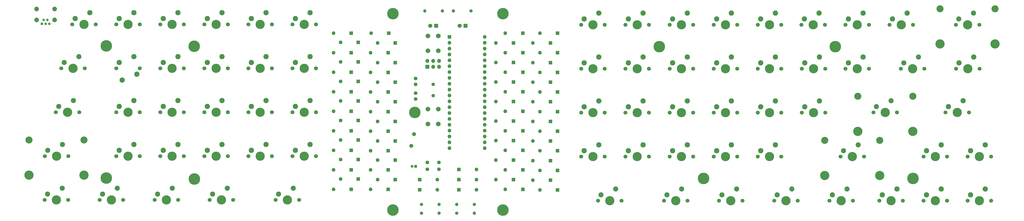
<source format=gbr>
G04 #@! TF.GenerationSoftware,KiCad,Pcbnew,7.0.5*
G04 #@! TF.CreationDate,2023-06-09T18:05:41+02:00*
G04 #@! TF.ProjectId,lumberjack,6c756d62-6572-46a6-9163-6b2e6b696361,1.7*
G04 #@! TF.SameCoordinates,Original*
G04 #@! TF.FileFunction,Soldermask,Top*
G04 #@! TF.FilePolarity,Negative*
%FSLAX46Y46*%
G04 Gerber Fmt 4.6, Leading zero omitted, Abs format (unit mm)*
G04 Created by KiCad (PCBNEW 7.0.5) date 2023-06-09 18:05:41*
%MOMM*%
%LPD*%
G01*
G04 APERTURE LIST*
%ADD10C,5.000000*%
%ADD11O,1.600000X1.600000*%
%ADD12R,1.600000X1.600000*%
%ADD13C,1.600000*%
%ADD14R,1.800000X1.800000*%
%ADD15C,1.800000*%
%ADD16C,1.710000*%
%ADD17R,1.200000X1.200000*%
%ADD18C,1.200000*%
%ADD19C,2.000000*%
%ADD20R,1.700000X1.700000*%
%ADD21O,1.700000X1.700000*%
%ADD22C,1.400000*%
%ADD23O,1.400000X1.400000*%
%ADD24C,1.500000*%
%ADD25C,1.700000*%
%ADD26C,4.000000*%
%ADD27C,2.200000*%
%ADD28C,3.050000*%
%ADD29C,1.701800*%
%ADD30C,3.987800*%
%ADD31C,2.286000*%
%ADD32C,1.100000*%
%ADD33R,1.100000X1.100000*%
%ADD34O,2.000000X2.000000*%
G04 APERTURE END LIST*
D10*
X319950048Y-73849952D03*
X4700000Y-73500000D03*
X4700000Y-130810000D03*
D11*
X192190000Y-93500000D03*
D12*
X199810000Y-93500000D03*
D13*
X138430000Y-96520000D03*
X138430000Y-94020000D03*
X138430000Y-90170000D03*
X138430000Y-87670000D03*
D14*
X160020000Y-64770000D03*
D15*
X157480000Y-64770000D03*
D16*
X136560000Y-116850000D03*
X137760000Y-111750000D03*
D12*
X129620000Y-89250000D03*
D11*
X122000000Y-89250000D03*
D12*
X126620000Y-93500000D03*
D11*
X119000000Y-93500000D03*
D12*
X110620000Y-118782500D03*
D11*
X103000000Y-118782500D03*
D12*
X110620000Y-84927500D03*
D11*
X103000000Y-84927500D03*
D12*
X129620000Y-80750000D03*
D11*
X122000000Y-80750000D03*
D12*
X126620000Y-110500000D03*
D11*
X119000000Y-110500000D03*
D17*
X138430000Y-125730000D03*
D18*
X136930000Y-125730000D03*
D12*
X113620000Y-88927500D03*
D11*
X106000000Y-88927500D03*
D19*
X143800000Y-107390000D03*
X143800000Y-100890000D03*
X148300000Y-107390000D03*
X148300000Y-100890000D03*
D10*
X128587608Y-59531300D03*
X176212648Y-59531300D03*
X128587608Y-144661059D03*
X176212648Y-144661059D03*
D12*
X180810000Y-123058549D03*
D11*
X173190000Y-123058549D03*
D14*
X147320000Y-64770000D03*
D15*
X144780000Y-64770000D03*
D12*
X110620000Y-110318750D03*
D11*
X103000000Y-110318750D03*
D12*
X113620000Y-80463750D03*
D11*
X106000000Y-80463750D03*
D12*
X113620000Y-114318750D03*
D11*
X106000000Y-114318750D03*
D12*
X129620000Y-72250000D03*
D11*
X122000000Y-72250000D03*
D12*
X110620000Y-76463750D03*
D11*
X103000000Y-76463750D03*
D12*
X113620000Y-122782500D03*
D11*
X106000000Y-122782500D03*
D12*
X126810000Y-68000000D03*
D11*
X119190000Y-68000000D03*
D12*
X113620000Y-72000000D03*
D11*
X106000000Y-72000000D03*
D12*
X129620000Y-97750000D03*
D11*
X122000000Y-97750000D03*
D12*
X113620000Y-131246250D03*
D11*
X106000000Y-131246250D03*
D12*
X126620000Y-102000000D03*
D11*
X119000000Y-102000000D03*
D12*
X113620000Y-97391250D03*
D11*
X106000000Y-97391250D03*
D12*
X199810000Y-68000000D03*
D11*
X192190000Y-68000000D03*
D12*
X126620000Y-85000000D03*
D11*
X119000000Y-85000000D03*
D12*
X180810000Y-72235273D03*
D11*
X173190000Y-72235273D03*
D12*
X129620000Y-106250000D03*
D11*
X122000000Y-106250000D03*
D12*
X199810000Y-119000000D03*
D11*
X192190000Y-119000000D03*
D19*
X143800000Y-75640000D03*
X143800000Y-69140000D03*
X148300000Y-75640000D03*
X148300000Y-69140000D03*
D13*
X143510000Y-124023435D03*
X148510000Y-124023435D03*
D12*
X110620000Y-135710000D03*
D11*
X103000000Y-135710000D03*
D12*
X199810000Y-127500000D03*
D11*
X192190000Y-127500000D03*
D12*
X126620000Y-127264375D03*
D11*
X119000000Y-127264375D03*
D12*
X196810000Y-89250000D03*
D11*
X189190000Y-89250000D03*
D12*
X129620000Y-123014375D03*
D11*
X122000000Y-123014375D03*
D12*
X184810000Y-118823276D03*
D11*
X177190000Y-118823276D03*
D12*
X184810000Y-68000000D03*
D11*
X177190000Y-68000000D03*
D12*
X180810000Y-89176365D03*
D11*
X173190000Y-89176365D03*
D12*
X129620000Y-131514375D03*
D11*
X122000000Y-131514375D03*
D12*
X199810000Y-85000000D03*
D11*
X192190000Y-85000000D03*
D12*
X126620000Y-135764375D03*
D11*
X119000000Y-135764375D03*
D12*
X184810000Y-110352730D03*
D11*
X177190000Y-110352730D03*
D12*
X196810000Y-106250000D03*
D11*
X189190000Y-106250000D03*
D12*
X199810000Y-110500000D03*
D11*
X192190000Y-110500000D03*
D12*
X184810000Y-84941092D03*
D11*
X177190000Y-84941092D03*
D12*
X196810000Y-80750000D03*
D11*
X189190000Y-80750000D03*
D12*
X180810000Y-106117457D03*
D11*
X173190000Y-106117457D03*
D12*
X180810000Y-114588003D03*
D11*
X173190000Y-114588003D03*
D12*
X196810000Y-114750000D03*
D11*
X189190000Y-114750000D03*
D12*
X184810000Y-127293822D03*
D11*
X177190000Y-127293822D03*
D12*
X199810000Y-76500000D03*
D11*
X192190000Y-76500000D03*
D12*
X126620000Y-119000000D03*
D11*
X119000000Y-119000000D03*
D12*
X180810000Y-80705819D03*
D11*
X173190000Y-80705819D03*
D12*
X196810000Y-123250000D03*
D11*
X189190000Y-123250000D03*
D12*
X196810000Y-72250000D03*
D11*
X189190000Y-72250000D03*
D13*
X143550000Y-127000000D03*
X148550000Y-127000000D03*
D20*
X143525000Y-82555000D03*
D21*
X143525000Y-80015000D03*
X146065000Y-82555000D03*
X146065000Y-80015000D03*
X148605000Y-82555000D03*
X148605000Y-80015000D03*
D10*
X138112616Y-102393836D03*
D12*
X184810000Y-76470546D03*
D11*
X177190000Y-76470546D03*
D12*
X129620000Y-114750000D03*
D11*
X122000000Y-114750000D03*
D12*
X110620000Y-127246250D03*
D11*
X103000000Y-127246250D03*
D12*
X110620000Y-93391250D03*
D11*
X103000000Y-93391250D03*
D12*
X110620000Y-68000000D03*
D11*
X103000000Y-68000000D03*
D22*
X156210000Y-146050000D03*
D23*
X163830000Y-146050000D03*
D24*
X146050000Y-90170000D03*
X146050000Y-95050000D03*
D12*
X126620000Y-76500000D03*
D11*
X119000000Y-76500000D03*
D22*
X140970000Y-146050000D03*
D23*
X148590000Y-146050000D03*
D22*
X150018876Y-58340674D03*
D23*
X142398876Y-58340674D03*
D22*
X162401380Y-58340674D03*
D23*
X154781380Y-58340674D03*
D22*
X140970000Y-142240000D03*
D23*
X148590000Y-142240000D03*
D12*
X184810000Y-93411638D03*
D11*
X177190000Y-93411638D03*
D22*
X163830000Y-142240000D03*
D23*
X156210000Y-142240000D03*
D12*
X110620000Y-101855000D03*
D11*
X103000000Y-101855000D03*
D12*
X113620000Y-105855000D03*
D11*
X106000000Y-105855000D03*
D25*
X-14789920Y-83206196D03*
D26*
X-9709920Y-83206196D03*
D25*
X-4629920Y-83206196D03*
D27*
X-7169920Y-78126196D03*
X-13519920Y-80666196D03*
D25*
X-17139920Y-102306196D03*
D26*
X-12059920Y-102306196D03*
D25*
X-6979920Y-102306196D03*
D27*
X-9519920Y-97226196D03*
X-15869920Y-99766196D03*
D28*
X-28749920Y-114336196D03*
D26*
X-28749920Y-129576196D03*
D25*
X-21929920Y-121336196D03*
D26*
X-16849920Y-121336196D03*
D25*
X-11769920Y-121336196D03*
D28*
X-4949920Y-114336196D03*
D26*
X-4949920Y-129576196D03*
D27*
X-14309920Y-116256196D03*
X-20659920Y-118796196D03*
D25*
X-21980000Y-140300000D03*
D26*
X-16900000Y-140300000D03*
D25*
X-11820000Y-140300000D03*
D27*
X-14360000Y-135220000D03*
X-20710000Y-137760000D03*
D29*
X9019936Y-64200000D03*
D30*
X14099936Y-64200000D03*
D29*
X19179936Y-64200000D03*
D31*
X16639936Y-59120000D03*
X10289936Y-61660000D03*
D29*
X9019936Y-83250016D03*
X19179936Y-83250016D03*
D31*
X11559936Y-88330016D03*
X16639936Y-78170016D03*
X10289936Y-80710016D03*
X17909936Y-85790016D03*
D29*
X9019936Y-102300032D03*
D30*
X14099936Y-102300032D03*
D29*
X19179936Y-102300032D03*
D31*
X16639936Y-97220032D03*
X10289936Y-99760032D03*
D29*
X9019936Y-121350048D03*
D30*
X14099936Y-121350048D03*
D29*
X19179936Y-121350048D03*
D31*
X16639936Y-116270048D03*
X10289936Y-118810048D03*
D25*
X1820000Y-140300000D03*
D26*
X6900000Y-140300000D03*
D25*
X11980000Y-140300000D03*
D27*
X9440000Y-135220000D03*
X3090000Y-137760000D03*
D29*
X28069952Y-64200000D03*
D30*
X33149952Y-64200000D03*
D29*
X38229952Y-64200000D03*
D31*
X35689952Y-59120000D03*
X29339952Y-61660000D03*
D29*
X28069952Y-83250016D03*
D30*
X33149952Y-83250016D03*
D29*
X38229952Y-83250016D03*
D31*
X35689952Y-78170016D03*
X29339952Y-80710016D03*
D25*
X25620000Y-140306196D03*
D26*
X30700000Y-140306196D03*
D25*
X35780000Y-140306196D03*
D27*
X33240000Y-135226196D03*
X26890000Y-137766196D03*
D29*
X47119968Y-64200000D03*
D30*
X52199968Y-64200000D03*
D29*
X57279968Y-64200000D03*
D31*
X54739968Y-59120000D03*
X48389968Y-61660000D03*
D29*
X47119968Y-83250016D03*
D30*
X52199968Y-83250016D03*
D29*
X57279968Y-83250016D03*
D31*
X54739968Y-78170016D03*
X48389968Y-80710016D03*
D29*
X47119968Y-102300032D03*
D30*
X52199968Y-102300032D03*
D29*
X57279968Y-102300032D03*
D31*
X54739968Y-97220032D03*
X48389968Y-99760032D03*
D29*
X47119968Y-121350048D03*
D30*
X52199968Y-121350048D03*
D29*
X57279968Y-121350048D03*
D31*
X54739968Y-116270048D03*
X48389968Y-118810048D03*
D25*
X49420000Y-140300000D03*
D26*
X54500000Y-140300000D03*
D25*
X59580000Y-140300000D03*
D27*
X57040000Y-135220000D03*
X50690000Y-137760000D03*
D29*
X66169984Y-64200000D03*
D30*
X71249984Y-64200000D03*
D29*
X76329984Y-64200000D03*
D31*
X73789984Y-59120000D03*
X67439984Y-61660000D03*
D29*
X66169984Y-83250016D03*
D30*
X71249984Y-83250016D03*
D29*
X76329984Y-83250016D03*
D31*
X73789984Y-78170016D03*
X67439984Y-80710016D03*
D29*
X66169984Y-102300032D03*
D30*
X71249984Y-102300032D03*
D29*
X76329984Y-102300032D03*
D31*
X73789984Y-97220032D03*
X67439984Y-99760032D03*
D29*
X66169984Y-121350048D03*
D30*
X71249984Y-121350048D03*
D29*
X76329984Y-121350048D03*
D31*
X73789984Y-116270048D03*
X67439984Y-118810048D03*
D29*
X85220000Y-64200000D03*
D30*
X90300000Y-64200000D03*
D29*
X95380000Y-64200000D03*
D31*
X92840000Y-59120000D03*
X86490000Y-61660000D03*
D29*
X85220000Y-83250016D03*
D30*
X90300000Y-83250016D03*
D29*
X95380000Y-83250016D03*
D31*
X92840000Y-78170016D03*
X86490000Y-80710016D03*
D29*
X85220000Y-102300032D03*
D30*
X90300000Y-102300032D03*
D29*
X95380000Y-102300032D03*
D31*
X92840000Y-97220032D03*
X86490000Y-99760032D03*
D29*
X85220000Y-121350048D03*
D30*
X90300000Y-121350048D03*
D29*
X95380000Y-121350048D03*
D31*
X92840000Y-116270048D03*
X86490000Y-118810048D03*
D25*
X77920000Y-140300000D03*
D26*
X83000000Y-140300000D03*
D25*
X88080000Y-140300000D03*
D27*
X85540000Y-135220000D03*
X79190000Y-137760000D03*
D29*
X210120000Y-64349952D03*
D30*
X215200000Y-64349952D03*
D29*
X220280000Y-64349952D03*
D31*
X217740000Y-59269952D03*
X211390000Y-61809952D03*
D29*
X210120000Y-83399968D03*
D30*
X215200000Y-83399968D03*
D29*
X220280000Y-83399968D03*
D31*
X217740000Y-78319968D03*
X211390000Y-80859968D03*
D29*
X210120000Y-102449984D03*
D30*
X215200000Y-102449984D03*
D29*
X220280000Y-102449984D03*
D31*
X217740000Y-97369984D03*
X211390000Y-99909984D03*
D29*
X210120000Y-121500000D03*
D30*
X215200000Y-121500000D03*
D29*
X220280000Y-121500000D03*
D31*
X217740000Y-116420000D03*
X211390000Y-118960000D03*
D25*
X217320000Y-140600000D03*
D26*
X222400000Y-140600000D03*
D25*
X227480000Y-140600000D03*
D27*
X224940000Y-135520000D03*
X218590000Y-138060000D03*
D29*
X229220000Y-64349952D03*
D30*
X234300000Y-64349952D03*
D29*
X239380000Y-64349952D03*
D31*
X236840000Y-59269952D03*
X230490000Y-61809952D03*
D29*
X229220000Y-83399968D03*
D30*
X234300000Y-83399968D03*
D29*
X239380000Y-83399968D03*
D31*
X236840000Y-78319968D03*
X230490000Y-80859968D03*
D29*
X229220000Y-102449984D03*
D30*
X234300000Y-102449984D03*
D29*
X239380000Y-102449984D03*
D31*
X236840000Y-97369984D03*
X230490000Y-99909984D03*
D29*
X229220000Y-121500000D03*
D30*
X234300000Y-121500000D03*
D29*
X239380000Y-121500000D03*
D31*
X236840000Y-116420000D03*
X230490000Y-118960000D03*
D29*
X248320032Y-64343756D03*
D30*
X253400032Y-64343756D03*
D29*
X258480032Y-64343756D03*
D31*
X255940032Y-59263756D03*
X249590032Y-61803756D03*
D29*
X248320032Y-83393772D03*
D30*
X253400032Y-83393772D03*
D29*
X258480032Y-83393772D03*
D31*
X255940032Y-78313772D03*
X249590032Y-80853772D03*
D29*
X248320032Y-102443788D03*
D30*
X253400032Y-102443788D03*
D29*
X258480032Y-102443788D03*
D31*
X255940032Y-97363788D03*
X249590032Y-99903788D03*
D29*
X248320032Y-121493804D03*
D30*
X253400032Y-121493804D03*
D29*
X258480032Y-121493804D03*
D31*
X255940032Y-116413804D03*
X249590032Y-118953804D03*
D25*
X245920000Y-140600000D03*
D26*
X251000000Y-140600000D03*
D25*
X256080000Y-140600000D03*
D27*
X253540000Y-135520000D03*
X247190000Y-138060000D03*
D29*
X267420032Y-64343756D03*
D30*
X272500032Y-64343756D03*
D29*
X277580032Y-64343756D03*
D31*
X275040032Y-59263756D03*
X268690032Y-61803756D03*
D29*
X267420032Y-83393772D03*
D30*
X272500032Y-83393772D03*
D29*
X277580032Y-83393772D03*
D31*
X275040032Y-78313772D03*
X268690032Y-80853772D03*
D29*
X267420032Y-102443788D03*
D30*
X272500032Y-102443788D03*
D29*
X277580032Y-102443788D03*
D31*
X275040032Y-97363788D03*
X268690032Y-99903788D03*
D29*
X267420032Y-121493804D03*
D30*
X272500032Y-121493804D03*
D29*
X277580032Y-121493804D03*
D31*
X275040032Y-116413804D03*
X268690032Y-118953804D03*
D25*
X269720000Y-140600000D03*
D26*
X274800000Y-140600000D03*
D25*
X279880000Y-140600000D03*
D27*
X277340000Y-135520000D03*
X270990000Y-138060000D03*
D29*
X286470048Y-64343756D03*
D30*
X291550048Y-64343756D03*
D29*
X296630048Y-64343756D03*
D31*
X294090048Y-59263756D03*
X287740048Y-61803756D03*
D29*
X286470048Y-83393772D03*
D30*
X291550048Y-83393772D03*
D29*
X296630048Y-83393772D03*
D31*
X294090048Y-78313772D03*
X287740048Y-80853772D03*
D29*
X286470048Y-102443788D03*
D30*
X291550048Y-102443788D03*
D29*
X296630048Y-102443788D03*
D31*
X294090048Y-97363788D03*
X287740048Y-99903788D03*
D29*
X286470048Y-121493804D03*
D30*
X291550048Y-121493804D03*
D29*
X296630048Y-121493804D03*
D31*
X294090048Y-116413804D03*
X287740048Y-118953804D03*
D25*
X293520000Y-140600000D03*
D26*
X298600000Y-140600000D03*
D25*
X303680000Y-140600000D03*
D27*
X301140000Y-135520000D03*
X294790000Y-138060000D03*
D29*
X305370048Y-64343756D03*
D30*
X310450048Y-64343756D03*
D29*
X315530048Y-64343756D03*
D31*
X312990048Y-59263756D03*
X306640048Y-61803756D03*
D29*
X305519808Y-83393772D03*
D30*
X310599808Y-83393772D03*
D29*
X315679808Y-83393772D03*
D31*
X313139808Y-78313772D03*
X306789808Y-80853772D03*
D29*
X305519808Y-102443788D03*
D30*
X310599808Y-102443788D03*
D29*
X315679808Y-102443788D03*
D31*
X313139808Y-97363788D03*
X306789808Y-99903788D03*
D28*
X315400000Y-114480000D03*
D26*
X315400000Y-129720000D03*
D25*
X322220000Y-121480000D03*
D26*
X327300000Y-121480000D03*
D25*
X332380000Y-121480000D03*
D28*
X339200000Y-114480000D03*
D26*
X339200000Y-129720000D03*
D27*
X329840000Y-116400000D03*
X323490000Y-118940000D03*
D25*
X317420000Y-140600000D03*
D26*
X322500000Y-140600000D03*
D25*
X327580000Y-140600000D03*
D27*
X325040000Y-135520000D03*
X318690000Y-138060000D03*
D29*
X28069952Y-102300032D03*
D30*
X33149952Y-102300032D03*
D29*
X38229952Y-102300032D03*
D31*
X35689952Y-97220032D03*
X29339952Y-99760032D03*
D29*
X28069952Y-121350048D03*
D30*
X33149952Y-121350048D03*
D29*
X38229952Y-121350048D03*
D31*
X35689952Y-116270048D03*
X29339952Y-118810048D03*
D10*
X42800000Y-131200000D03*
X243840000Y-73849952D03*
X263000000Y-130950048D03*
X42672000Y-73660000D03*
D29*
X-10030128Y-64199946D03*
D30*
X-4950128Y-64199946D03*
D29*
X129872Y-64199946D03*
D31*
X-2410128Y-59119946D03*
X-8760128Y-61659946D03*
D29*
X377220000Y-121500000D03*
D30*
X382300000Y-121500000D03*
D29*
X387380000Y-121500000D03*
D31*
X384840000Y-116420000D03*
X378490000Y-118960000D03*
D28*
X365300000Y-57380000D03*
D26*
X365300000Y-72620000D03*
D25*
X372120000Y-64380000D03*
D26*
X377200000Y-64380000D03*
D25*
X382280000Y-64380000D03*
D28*
X389100000Y-57380000D03*
D26*
X389100000Y-72620000D03*
D27*
X379740000Y-59300000D03*
X373390000Y-61840000D03*
D12*
X153125000Y-69625000D03*
D11*
X153125000Y-72165000D03*
X153125000Y-74705000D03*
X153125000Y-77245000D03*
X153125000Y-79785000D03*
X153125000Y-82325000D03*
X153125000Y-84865000D03*
X153125000Y-87405000D03*
X153125000Y-89945000D03*
X153125000Y-92485000D03*
X153125000Y-95025000D03*
X153125000Y-97565000D03*
X153125000Y-100105000D03*
X153125000Y-102645000D03*
X153125000Y-105185000D03*
X153125000Y-107725000D03*
X153125000Y-110265000D03*
X153125000Y-112805000D03*
X153125000Y-115345000D03*
X153125000Y-117885000D03*
X168365000Y-117885000D03*
X168365000Y-115345000D03*
X168365000Y-112805000D03*
X168365000Y-110265000D03*
X168365000Y-107725000D03*
X168365000Y-105185000D03*
X168365000Y-102645000D03*
X168365000Y-100105000D03*
X168365000Y-97565000D03*
X168365000Y-95025000D03*
X168365000Y-92485000D03*
X168365000Y-89945000D03*
X168365000Y-87405000D03*
X168365000Y-84865000D03*
X168365000Y-82325000D03*
X168365000Y-79785000D03*
X168365000Y-77245000D03*
X168365000Y-74705000D03*
X168365000Y-72165000D03*
X168365000Y-69625000D03*
D12*
X199810000Y-102000000D03*
D11*
X192190000Y-102000000D03*
D29*
X343470048Y-64343756D03*
D30*
X348550048Y-64343756D03*
D29*
X353630048Y-64343756D03*
D31*
X351090048Y-59263756D03*
X344740048Y-61803756D03*
D12*
X157190000Y-127104375D03*
D11*
X164810000Y-127104375D03*
D29*
X377220000Y-140600000D03*
D30*
X382300000Y-140600000D03*
D29*
X387380000Y-140600000D03*
D31*
X384840000Y-135520000D03*
X378490000Y-138060000D03*
D12*
X180810000Y-131529095D03*
D11*
X173190000Y-131529095D03*
D32*
X-19990000Y-63952000D03*
X-20790000Y-62202000D03*
X-21590000Y-63952000D03*
X-22390000Y-62202000D03*
D33*
X-23190000Y-63952000D03*
D34*
X-25490000Y-57502000D03*
X-25490000Y-62202000D03*
X-17690000Y-57502000D03*
X-17690000Y-62202000D03*
D12*
X180810000Y-97646911D03*
D11*
X173190000Y-97646911D03*
D10*
X353600000Y-131000000D03*
D25*
X348320000Y-83400000D03*
D26*
X353400000Y-83400000D03*
D25*
X358480000Y-83400000D03*
D27*
X355940000Y-78320000D03*
X349590000Y-80860000D03*
D12*
X157190000Y-135924375D03*
D11*
X164810000Y-135924375D03*
D29*
X358120000Y-140600000D03*
D30*
X363200000Y-140600000D03*
D29*
X368280000Y-140600000D03*
D31*
X365740000Y-135520000D03*
X359390000Y-138060000D03*
D12*
X199810000Y-136000000D03*
D11*
X192190000Y-136000000D03*
D29*
X324420048Y-64343756D03*
D30*
X329500048Y-64343756D03*
D29*
X334580048Y-64343756D03*
D31*
X332040048Y-59263756D03*
X325690048Y-61803756D03*
D12*
X140190000Y-131514375D03*
D11*
X147810000Y-131514375D03*
D29*
X324420048Y-83393772D03*
D30*
X329500048Y-83393772D03*
D29*
X334580048Y-83393772D03*
D31*
X332040048Y-78313772D03*
X325690048Y-80853772D03*
D12*
X157190000Y-131514375D03*
D11*
X164810000Y-131514375D03*
D12*
X196810000Y-131750000D03*
D11*
X189190000Y-131750000D03*
D12*
X196810000Y-97750000D03*
D11*
X189190000Y-97750000D03*
D28*
X329700000Y-95380000D03*
D26*
X329700000Y-110620000D03*
D25*
X336520000Y-102380000D03*
D26*
X341600000Y-102380000D03*
D25*
X346680000Y-102380000D03*
D28*
X353500000Y-95380000D03*
D26*
X353500000Y-110620000D03*
D27*
X344140000Y-97300000D03*
X337790000Y-99840000D03*
D29*
X339020000Y-140600000D03*
D30*
X344100000Y-140600000D03*
D29*
X349180000Y-140600000D03*
D31*
X346640000Y-135520000D03*
X340290000Y-138060000D03*
D29*
X372220000Y-83400000D03*
D30*
X377300000Y-83400000D03*
D29*
X382380000Y-83400000D03*
D31*
X379840000Y-78320000D03*
X373490000Y-80860000D03*
D12*
X184810000Y-135764375D03*
D11*
X177190000Y-135764375D03*
D12*
X184810000Y-101882184D03*
D11*
X177190000Y-101882184D03*
D12*
X140190000Y-135924375D03*
D11*
X147810000Y-135924375D03*
D29*
X367620000Y-102400000D03*
D30*
X372700000Y-102400000D03*
D29*
X377780000Y-102400000D03*
D31*
X375240000Y-97320000D03*
X368890000Y-99860000D03*
D29*
X358120000Y-121500000D03*
D30*
X363200000Y-121500000D03*
D29*
X368280000Y-121500000D03*
D31*
X365740000Y-116420000D03*
X359390000Y-118960000D03*
M02*

</source>
